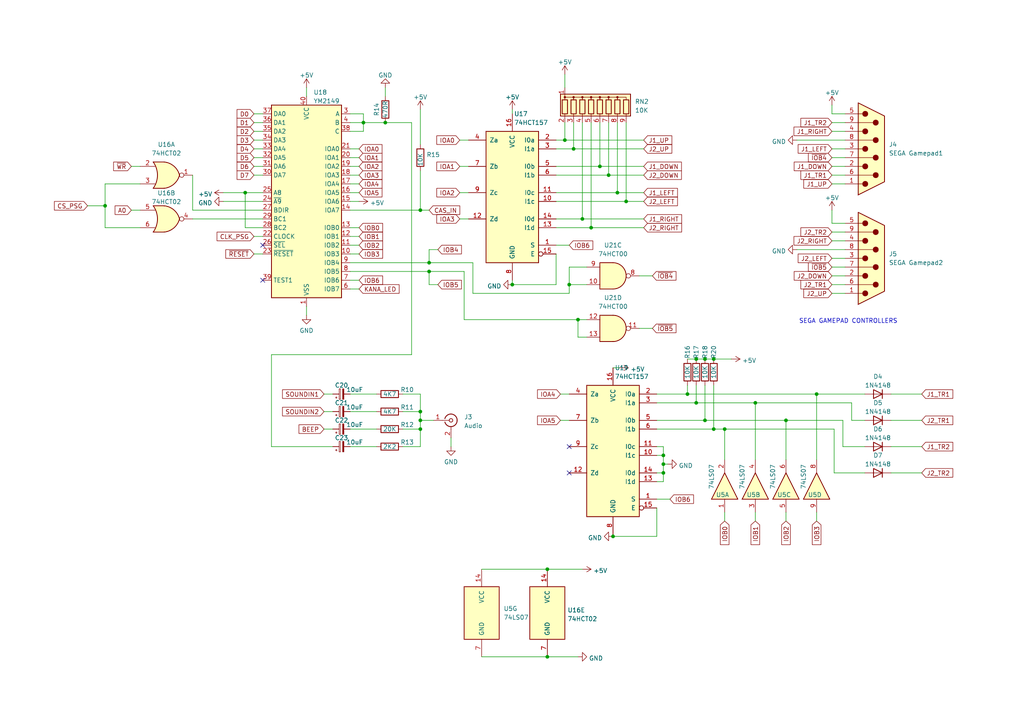
<source format=kicad_sch>
(kicad_sch (version 20211123) (generator eeschema)
  (paper "A4")
  (title_block (title "MSX One") (date "2024-12-28") (rev "v1.0") (company "Gabbard") (comment 1 "MSX One"))
  (lib_symbols
    (symbol "74xx:74LS00" (pin_names (offset 1.016))
      (property "Reference" "U" (at 0 1.27 0))
      (property "Value" "74LS00" (at 0 -1.27 0))
      (symbol "74LS00_1_1"
        (pin input line (at -7.62 2.54 0) (length 3.81) (name "~") (number "1"))
        (pin input line (at -7.62 -2.54 0) (length 3.81) (name "~") (number "2"))
        (pin output inverted (at 7.62 0 180) (length 3.81) (name "~") (number "3"))
      )
      (symbol "74LS00_1_2"
        (pin input inverted (at -7.62 2.54 0) (length 4.318) (name "~") (number "1"))
        (pin input inverted (at -7.62 -2.54 0) (length 4.318) (name "~") (number "2"))
        (pin output line (at 7.62 0 180) (length 3.81) (name "~") (number "3"))
      )
      (symbol "74LS00_2_1"
        (pin input line (at -7.62 2.54 0) (length 3.81) (name "~") (number "4"))
        (pin input line (at -7.62 -2.54 0) (length 3.81) (name "~") (number "5"))
        (pin output inverted (at 7.62 0 180) (length 3.81) (name "~") (number "6"))
      )
      (symbol "74LS00_2_2"
        (pin input inverted (at -7.62 2.54 0) (length 4.318) (name "~") (number "4"))
        (pin input inverted (at -7.62 -2.54 0) (length 4.318) (name "~") (number "5"))
        (pin output line (at 7.62 0 180) (length 3.81) (name "~") (number "6"))
      )
      (symbol "74LS00_3_1"
        (pin input line (at -7.62 -2.54 0) (length 3.81) (name "~") (number "10"))
        (pin output inverted (at 7.62 0 180) (length 3.81) (name "~") (number "8"))
        (pin input line (at -7.62 2.54 0) (length 3.81) (name "~") (number "9"))
      )
      (symbol "74LS00_3_2"
        (pin input inverted (at -7.62 -2.54 0) (length 4.318) (name "~") (number "10"))
        (pin output line (at 7.62 0 180) (length 3.81) (name "~") (number "8"))
        (pin input inverted (at -7.62 2.54 0) (length 4.318) (name "~") (number "9"))
      )
      (symbol "74LS00_4_1"
        (pin output inverted (at 7.62 0 180) (length 3.81) (name "~") (number "11"))
        (pin input line (at -7.62 2.54 0) (length 3.81) (name "~") (number "12"))
        (pin input line (at -7.62 -2.54 0) (length 3.81) (name "~") (number "13"))
      )
      (symbol "74LS00_4_2"
        (pin output line (at 7.62 0 180) (length 3.81) (name "~") (number "11"))
        (pin input inverted (at -7.62 2.54 0) (length 4.318) (name "~") (number "12"))
        (pin input inverted (at -7.62 -2.54 0) (length 4.318) (name "~") (number "13"))
      )
      (symbol "74LS00_5_0"
        (pin power_in line (at 0 12.7 270) (length 5.08) (name "VCC") (number "14"))
        (pin power_in line (at 0 -12.7 90) (length 5.08) (name "GND") (number "7"))
      )
    )
    (symbol "74xx:74LS02" (pin_names (offset 1.016))
      (property "Reference" "U" (at 0 1.27 0))
      (property "Value" "74LS02" (at 0 -1.27 0))
      (symbol "74LS02_1_1"
        (pin output inverted (at 7.62 0 180) (length 3.81) (name "~") (number "1"))
        (pin input line (at -7.62 2.54 0) (length 4.318) (name "~") (number "2"))
        (pin input line (at -7.62 -2.54 0) (length 4.318) (name "~") (number "3"))
      )
      (symbol "74LS02_1_2"
        (pin output line (at 7.62 0 180) (length 3.81) (name "~") (number "1"))
        (pin input inverted (at -7.62 2.54 0) (length 3.81) (name "~") (number "2"))
        (pin input inverted (at -7.62 -2.54 0) (length 3.81) (name "~") (number "3"))
      )
      (symbol "74LS02_2_1"
        (pin output inverted (at 7.62 0 180) (length 3.81) (name "~") (number "4"))
        (pin input line (at -7.62 2.54 0) (length 4.318) (name "~") (number "5"))
        (pin input line (at -7.62 -2.54 0) (length 4.318) (name "~") (number "6"))
      )
      (symbol "74LS02_2_2"
        (pin output line (at 7.62 0 180) (length 3.81) (name "~") (number "4"))
        (pin input inverted (at -7.62 2.54 0) (length 3.81) (name "~") (number "5"))
        (pin input inverted (at -7.62 -2.54 0) (length 3.81) (name "~") (number "6"))
      )
      (symbol "74LS02_3_1"
        (pin output inverted (at 7.62 0 180) (length 3.81) (name "~") (number "10"))
        (pin input line (at -7.62 2.54 0) (length 4.318) (name "~") (number "8"))
        (pin input line (at -7.62 -2.54 0) (length 4.318) (name "~") (number "9"))
      )
      (symbol "74LS02_3_2"
        (pin output line (at 7.62 0 180) (length 3.81) (name "~") (number "10"))
        (pin input inverted (at -7.62 2.54 0) (length 3.81) (name "~") (number "8"))
        (pin input inverted (at -7.62 -2.54 0) (length 3.81) (name "~") (number "9"))
      )
      (symbol "74LS02_4_1"
        (pin input line (at -7.62 2.54 0) (length 4.318) (name "~") (number "11"))
        (pin input line (at -7.62 -2.54 0) (length 4.318) (name "~") (number "12"))
        (pin output inverted (at 7.62 0 180) (length 3.81) (name "~") (number "13"))
      )
      (symbol "74LS02_4_2"
        (pin input inverted (at -7.62 2.54 0) (length 3.81) (name "~") (number "11"))
        (pin input inverted (at -7.62 -2.54 0) (length 3.81) (name "~") (number "12"))
        (pin output line (at 7.62 0 180) (length 3.81) (name "~") (number "13"))
      )
      (symbol "74LS02_5_0"
        (pin power_in line (at 0 12.7 270) (length 5.08) (name "VCC") (number "14"))
        (pin power_in line (at 0 -12.7 90) (length 5.08) (name "GND") (number "7"))
      )
    )
    (symbol "74xx:74LS07" (pin_names (offset 1.016))
      (property "Reference" "U" (at 0 1.27 0))
      (property "Value" "74LS07" (at 0 -1.27 0))
      (symbol "74LS07_1_0"
        (pin input line (at -7.62 0 0) (length 3.81) (name "~") (number "1"))
        (pin open_collector line (at 7.62 0 180) (length 3.81) (name "~") (number "2"))
      )
      (symbol "74LS07_2_0"
        (pin input line (at -7.62 0 0) (length 3.81) (name "~") (number "3"))
        (pin open_collector line (at 7.62 0 180) (length 3.81) (name "~") (number "4"))
      )
      (symbol "74LS07_3_0"
        (pin input line (at -7.62 0 0) (length 3.81) (name "~") (number "5"))
        (pin open_collector line (at 7.62 0 180) (length 3.81) (name "~") (number "6"))
      )
      (symbol "74LS07_4_0"
        (pin open_collector line (at 7.62 0 180) (length 3.81) (name "~") (number "8"))
        (pin input line (at -7.62 0 0) (length 3.81) (name "~") (number "9"))
      )
      (symbol "74LS07_5_0"
        (pin open_collector line (at 7.62 0 180) (length 3.81) (name "~") (number "10"))
        (pin input line (at -7.62 0 0) (length 3.81) (name "~") (number "11"))
      )
      (symbol "74LS07_6_0"
        (pin open_collector line (at 7.62 0 180) (length 3.81) (name "~") (number "12"))
        (pin input line (at -7.62 0 0) (length 3.81) (name "~") (number "13"))
      )
      (symbol "74LS07_7_0"
        (pin power_in line (at 0 12.7 270) (length 5.08) (name "VCC") (number "14"))
        (pin power_in line (at 0 -12.7 90) (length 5.08) (name "GND") (number "7"))
      )
    )
    (symbol "74xx:74LS157" (pin_names (offset 1.016))
      (property "Reference" "U" (at -7.62 19.05 0))
      (property "Value" "74LS157" (at -7.62 -21.59 0))
      (symbol "74LS157_1_0"
        (pin input line (at -12.7 -15.24 0) (length 5.08) (name "S") (number "1"))
        (pin input line (at -12.7 -2.54 0) (length 5.08) (name "I1c") (number "10"))
        (pin input line (at -12.7 0 0) (length 5.08) (name "I0c") (number "11"))
        (pin output line (at 12.7 -7.62 180) (length 5.08) (name "Zd") (number "12"))
        (pin input line (at -12.7 -10.16 0) (length 5.08) (name "I1d") (number "13"))
        (pin input line (at -12.7 -7.62 0) (length 5.08) (name "I0d") (number "14"))
        (pin input inverted (at -12.7 -17.78 0) (length 5.08) (name "E") (number "15"))
        (pin power_in line (at 0 22.86 270) (length 5.08) (name "VCC") (number "16"))
        (pin input line (at -12.7 15.24 0) (length 5.08) (name "I0a") (number "2"))
        (pin input line (at -12.7 12.7 0) (length 5.08) (name "I1a") (number "3"))
        (pin output line (at 12.7 15.24 180) (length 5.08) (name "Za") (number "4"))
        (pin input line (at -12.7 7.62 0) (length 5.08) (name "I0b") (number "5"))
        (pin input line (at -12.7 5.08 0) (length 5.08) (name "I1b") (number "6"))
        (pin output line (at 12.7 7.62 180) (length 5.08) (name "Zb") (number "7"))
        (pin power_in line (at 0 -25.4 90) (length 5.08) (name "GND") (number "8"))
        (pin output line (at 12.7 0 180) (length 5.08) (name "Zc") (number "9"))
      )
    )
    (symbol "Audio:YM2149"
      (property "Reference" "U" (at -10.16 29.21 0))
      (property "Value" "YM2149" (at 3.81 29.21 0))
      (symbol "YM2149_1_1"
        (pin power_in line (at 0 -30.48 90) (length 2.54) (name "VSS") (number "1"))
        (pin bidirectional line (at 12.7 -15.24 180) (length 2.54) (name "IOB3") (number "10"))
        (pin bidirectional line (at 12.7 -12.7 180) (length 2.54) (name "IOB2") (number "11"))
        (pin bidirectional line (at 12.7 -10.16 180) (length 2.54) (name "IOB1") (number "12"))
        (pin bidirectional line (at 12.7 -7.62 180) (length 2.54) (name "IOB0") (number "13"))
        (pin bidirectional line (at 12.7 -2.54 180) (length 2.54) (name "IOA7") (number "14"))
        (pin bidirectional line (at 12.7 0 180) (length 2.54) (name "IOA6") (number "15"))
        (pin bidirectional line (at 12.7 2.54 180) (length 2.54) (name "IOA5") (number "16"))
        (pin bidirectional line (at 12.7 5.08 180) (length 2.54) (name "IOA4") (number "17"))
        (pin bidirectional line (at 12.7 7.62 180) (length 2.54) (name "IOA3") (number "18"))
        (pin bidirectional line (at 12.7 10.16 180) (length 2.54) (name "IOA2") (number "19"))
        (pin no_connect line (at -10.16 -17.78 0) (length 2.54) hide (name "NC") (number "2"))
        (pin bidirectional line (at 12.7 12.7 180) (length 2.54) (name "IOA1") (number "20"))
        (pin bidirectional line (at 12.7 15.24 180) (length 2.54) (name "IOA0") (number "21"))
        (pin input line (at -12.7 -10.16 0) (length 2.54) (name "CLOCK") (number "22"))
        (pin input line (at -12.7 -15.24 0) (length 2.54) (name "~{RESET}") (number "23"))
        (pin input line (at -12.7 0 0) (length 2.54) (name "~{A9}") (number "24"))
        (pin input line (at -12.7 2.54 0) (length 2.54) (name "A8") (number "25"))
        (pin input line (at -12.7 -12.7 0) (length 2.54) (name "~{SEL}") (number "26"))
        (pin input line (at -12.7 -2.54 0) (length 2.54) (name "BDIR") (number "27"))
        (pin input line (at -12.7 -7.62 0) (length 2.54) (name "BC2") (number "28"))
        (pin input line (at -12.7 -5.08 0) (length 2.54) (name "BC1") (number "29"))
        (pin output line (at 12.7 25.4 180) (length 2.54) (name "A") (number "3"))
        (pin bidirectional line (at -12.7 7.62 0) (length 2.54) (name "DA7") (number "30"))
        (pin bidirectional line (at -12.7 10.16 0) (length 2.54) (name "DA6") (number "31"))
        (pin bidirectional line (at -12.7 12.7 0) (length 2.54) (name "DA5") (number "32"))
        (pin bidirectional line (at -12.7 15.24 0) (length 2.54) (name "DA4") (number "33"))
        (pin bidirectional line (at -12.7 17.78 0) (length 2.54) (name "DA3") (number "34"))
        (pin bidirectional line (at -12.7 20.32 0) (length 2.54) (name "DA2") (number "35"))
        (pin bidirectional line (at -12.7 22.86 0) (length 2.54) (name "DA1") (number "36"))
        (pin bidirectional line (at -12.7 25.4 0) (length 2.54) (name "DA0") (number "37"))
        (pin output line (at 12.7 20.32 180) (length 2.54) (name "C") (number "38"))
        (pin passive line (at -12.7 -22.86 0) (length 2.54) (name "TEST1") (number "39"))
        (pin output line (at 12.7 22.86 180) (length 2.54) (name "B") (number "4"))
        (pin power_in line (at 0 30.48 270) (length 2.54) (name "VCC") (number "40"))
        (pin no_connect line (at -10.16 -20.32 0) (length 2.54) hide (name "NC") (number "5"))
        (pin bidirectional line (at 12.7 -25.4 180) (length 2.54) (name "IOB7") (number "6"))
        (pin bidirectional line (at 12.7 -22.86 180) (length 2.54) (name "IOB6") (number "7"))
        (pin bidirectional line (at 12.7 -20.32 180) (length 2.54) (name "IOB5") (number "8"))
        (pin bidirectional line (at 12.7 -17.78 180) (length 2.54) (name "IOB4") (number "9"))
      )
    )
    (symbol "Connector:Conn_Coaxial" (pin_names (offset 1.016) hide)
      (property "Reference" "J" (at 0.254 3.048 0))
      (property "Value" "Conn_Coaxial" (at 2.921 0 90))
      (symbol "Conn_Coaxial_1_1"
        (pin passive line (at -5.08 0 0) (length 2.54) (name "In") (number "1"))
        (pin passive line (at 0 -5.08 90) (length 2.54) (name "Ext") (number "2"))
      )
    )
    (symbol "Connector:DB9_Male" (pin_names (offset 1.016) hide)
      (property "Reference" "J" (at 0 13.97 0))
      (property "Value" "DB9_Male" (at 0 -14.605 0))
      (symbol "DB9_Male_1_1"
        (pin passive line (at -7.62 -10.16 0) (length 3.81) (name "1") (number "1"))
        (pin passive line (at -7.62 -5.08 0) (length 3.81) (name "2") (number "2"))
        (pin passive line (at -7.62 0 0) (length 3.81) (name "3") (number "3"))
        (pin passive line (at -7.62 5.08 0) (length 3.81) (name "4") (number "4"))
        (pin passive line (at -7.62 10.16 0) (length 3.81) (name "5") (number "5"))
        (pin passive line (at -7.62 -7.62 0) (length 3.81) (name "6") (number "6"))
        (pin passive line (at -7.62 -2.54 0) (length 3.81) (name "7") (number "7"))
        (pin passive line (at -7.62 2.54 0) (length 3.81) (name "8") (number "8"))
        (pin passive line (at -7.62 7.62 0) (length 3.81) (name "9") (number "9"))
      )
    )
    (symbol "Device:C_Polarized_Small" (pin_numbers hide) (pin_names (offset 0.254) hide)
      (property "Reference" "C" (at 0.254 1.778 0))
      (property "Value" "C_Polarized_Small" (at 0.254 -2.032 0))
      (symbol "C_Polarized_Small_1_1"
        (pin passive line (at 0 2.54 270) (length 1.8542) (name "~") (number "1"))
        (pin passive line (at 0 -2.54 90) (length 1.8542) (name "~") (number "2"))
      )
    )
    (symbol "Device:R" (pin_numbers hide) (pin_names (offset 0))
      (property "Reference" "R" (at 2.032 0 90))
      (property "Value" "R" (at 0 0 90))
      (symbol "R_1_1"
        (pin passive line (at 0 3.81 270) (length 1.27) (name "~") (number "1"))
        (pin passive line (at 0 -3.81 90) (length 1.27) (name "~") (number "2"))
      )
    )
    (symbol "Device:R_Network08" (pin_names (offset 0) hide)
      (property "Reference" "RN" (at -12.7 0 90))
      (property "Value" "R_Network08" (at 10.16 0 90))
      (symbol "R_Network08_1_1"
        (pin passive line (at -10.16 5.08 270) (length 2.54) (name "common") (number "1"))
        (pin passive line (at -10.16 -5.08 90) (length 1.27) (name "R1") (number "2"))
        (pin passive line (at -7.62 -5.08 90) (length 1.27) (name "R2") (number "3"))
        (pin passive line (at -5.08 -5.08 90) (length 1.27) (name "R3") (number "4"))
        (pin passive line (at -2.54 -5.08 90) (length 1.27) (name "R4") (number "5"))
        (pin passive line (at 0 -5.08 90) (length 1.27) (name "R5") (number "6"))
        (pin passive line (at 2.54 -5.08 90) (length 1.27) (name "R6") (number "7"))
        (pin passive line (at 5.08 -5.08 90) (length 1.27) (name "R7") (number "8"))
        (pin passive line (at 7.62 -5.08 90) (length 1.27) (name "R8") (number "9"))
      )
    )
    (symbol "Diode:1N4148" (pin_numbers hide) (pin_names (offset 1.016) hide)
      (property "Reference" "D" (at 0 2.54 0))
      (property "Value" "1N4148" (at 0 -2.54 0))
      (symbol "1N4148_1_1"
        (pin passive line (at -3.81 0 0) (length 2.54) (name "K") (number "1"))
        (pin passive line (at 3.81 0 180) (length 2.54) (name "A") (number "2"))
      )
    )
    (symbol "power:+5V" (power) (pin_names (offset 0))
      (property "Value" "+5V" (at 0 3.556 0))
      (symbol "+5V_1_1"
        (pin power_in line (at 0 0 90) (length 0) hide (name "+5V") (number "1"))
      )
    )
    (symbol "power:GND" (power) (pin_names (offset 0))
      (property "Value" "GND" (at 0 -3.81 0))
      (symbol "GND_1_1"
        (pin power_in line (at 0 0 270) (length 0) hide (name "GND") (number "1"))
      )
    )
  )
  (junction (at 168.91 63.5))
  (junction (at 30.48 59.69))
  (junction (at 192.405 137.16))
  (junction (at 199.39 114.3))
  (junction (at 124.46 78.74))
  (junction (at 163.83 40.64))
  (junction (at 158.75 165.1))
  (junction (at 121.92 124.46))
  (junction (at 201.93 116.84))
  (junction (at 181.61 58.42))
  (junction (at 71.12 55.88))
  (junction (at 210.185 124.46))
  (junction (at 158.75 190.5))
  (junction (at 176.53 50.8))
  (junction (at 171.45 66.04))
  (junction (at 227.965 121.92))
  (junction (at 207.01 104.14))
  (junction (at 167.64 92.71))
  (junction (at 148.59 82.55))
  (junction (at 204.47 121.92))
  (junction (at 201.93 104.14))
  (junction (at 166.37 43.18))
  (junction (at 121.92 121.92))
  (junction (at 177.8 155.575))
  (junction (at 121.92 119.38))
  (junction (at 236.855 114.3))
  (junction (at 179.07 55.88))
  (junction (at 219.075 116.84))
  (junction (at 192.405 132.08))
  (junction (at 173.99 48.26))
  (junction (at 121.92 60.96))
  (junction (at 165.1 82.55))
  (junction (at 105.41 35.56))
  (junction (at 192.405 134.62))
  (junction (at 204.47 104.14))
  (junction (at 124.46 76.2))
  (junction (at 111.76 35.56))
  (junction (at 207.01 124.46))
  (no_connect (at 76.2 81.28))
  (no_connect (at 76.2 71.12))
  (no_connect (at 165.1 129.54))
  (no_connect (at 165.1 137.16))
  (wire (pts (xy 148.59 82.55) (xy 161.29 82.55)))
  (wire (pts (xy 101.6 129.54) (xy 109.22 129.54)))
  (wire (pts (xy 163.83 21.59) (xy 163.83 25.4)))
  (wire (pts (xy 204.47 111.76) (xy 204.47 121.92)))
  (wire (pts (xy 179.07 35.56) (xy 179.07 55.88)))
  (wire (pts (xy 173.99 48.26) (xy 186.69 48.26)))
  (wire (pts (xy 121.92 124.46) (xy 116.84 124.46)))
  (wire (pts (xy 93.98 119.38) (xy 96.52 119.38)))
  (wire (pts (xy 227.965 121.92) (xy 244.475 121.92)))
  (wire (pts (xy 101.6 71.12) (xy 104.14 71.12)))
  (wire (pts (xy 38.1 60.96) (xy 40.64 60.96)))
  (wire (pts (xy 139.7 190.5) (xy 158.75 190.5)))
  (wire (pts (xy 170.18 97.79) (xy 167.64 97.79)))
  (wire (pts (xy 173.99 35.56) (xy 173.99 48.26)))
  (wire (pts (xy 241.3 82.55) (xy 245.11 82.55)))
  (wire (pts (xy 111.76 35.56) (xy 119.38 35.56)))
  (wire (pts (xy 190.5 132.08) (xy 192.405 132.08)))
  (wire (pts (xy 101.6 33.02) (xy 105.41 33.02)))
  (wire (pts (xy 210.185 124.46) (xy 210.185 133.35)))
  (wire (pts (xy 137.16 76.2) (xy 137.16 85.09)))
  (wire (pts (xy 176.53 50.8) (xy 186.69 50.8)))
  (wire (pts (xy 101.6 53.34) (xy 104.14 53.34)))
  (wire (pts (xy 76.2 60.96) (xy 55.88 60.96)))
  (wire (pts (xy 210.185 148.59) (xy 210.185 151.13)))
  (wire (pts (xy 101.6 124.46) (xy 109.22 124.46)))
  (wire (pts (xy 185.42 80.01) (xy 189.23 80.01)))
  (wire (pts (xy 101.6 38.1) (xy 105.41 38.1)))
  (wire (pts (xy 210.185 124.46) (xy 241.935 124.46)))
  (wire (pts (xy 244.475 129.54) (xy 244.475 121.92)))
  (wire (pts (xy 181.61 35.56) (xy 181.61 58.42)))
  (wire (pts (xy 245.11 33.02) (xy 241.3 33.02)))
  (wire (pts (xy 192.405 132.08) (xy 192.405 134.62)))
  (wire (pts (xy 201.93 116.84) (xy 219.075 116.84)))
  (wire (pts (xy 130.81 127) (xy 130.81 129.54)))
  (wire (pts (xy 73.66 33.02) (xy 76.2 33.02)))
  (wire (pts (xy 105.41 35.56) (xy 111.76 35.56)))
  (wire (pts (xy 105.41 33.02) (xy 105.41 35.56)))
  (wire (pts (xy 199.39 111.76) (xy 199.39 114.3)))
  (wire (pts (xy 179.07 55.88) (xy 186.69 55.88)))
  (wire (pts (xy 241.3 50.8) (xy 245.11 50.8)))
  (wire (pts (xy 73.66 38.1) (xy 76.2 38.1)))
  (wire (pts (xy 101.6 119.38) (xy 109.22 119.38)))
  (wire (pts (xy 127 82.55) (xy 124.46 82.55)))
  (wire (pts (xy 161.29 71.12) (xy 165.1 71.12)))
  (wire (pts (xy 73.66 45.72) (xy 76.2 45.72)))
  (wire (pts (xy 241.3 35.56) (xy 245.11 35.56)))
  (wire (pts (xy 165.1 82.55) (xy 170.18 82.55)))
  (wire (pts (xy 119.38 102.87) (xy 78.74 102.87)))
  (wire (pts (xy 161.29 73.66) (xy 161.29 82.55)))
  (wire (pts (xy 192.405 129.54) (xy 192.405 132.08)))
  (wire (pts (xy 258.445 121.92) (xy 267.335 121.92)))
  (wire (pts (xy 101.6 48.26) (xy 104.14 48.26)))
  (wire (pts (xy 101.6 58.42) (xy 104.14 58.42)))
  (wire (pts (xy 133.35 48.26) (xy 135.89 48.26)))
  (wire (pts (xy 177.8 155.575) (xy 177.8 154.94)))
  (wire (pts (xy 236.855 148.59) (xy 236.855 151.13)))
  (wire (pts (xy 241.3 69.85) (xy 245.11 69.85)))
  (wire (pts (xy 161.29 55.88) (xy 179.07 55.88)))
  (wire (pts (xy 241.3 53.34) (xy 245.11 53.34)))
  (wire (pts (xy 219.075 148.59) (xy 219.075 151.13)))
  (wire (pts (xy 207.01 111.76) (xy 207.01 124.46)))
  (wire (pts (xy 161.29 58.42) (xy 181.61 58.42)))
  (wire (pts (xy 231.14 40.64) (xy 245.11 40.64)))
  (wire (pts (xy 73.66 40.64) (xy 76.2 40.64)))
  (wire (pts (xy 161.29 43.18) (xy 166.37 43.18)))
  (wire (pts (xy 73.66 43.18) (xy 76.2 43.18)))
  (wire (pts (xy 133.35 63.5) (xy 135.89 63.5)))
  (wire (pts (xy 204.47 121.92) (xy 227.965 121.92)))
  (wire (pts (xy 241.3 80.01) (xy 245.11 80.01)))
  (wire (pts (xy 30.48 53.34) (xy 30.48 59.69)))
  (wire (pts (xy 241.3 67.31) (xy 245.11 67.31)))
  (wire (pts (xy 190.5 114.3) (xy 199.39 114.3)))
  (wire (pts (xy 192.405 137.16) (xy 192.405 139.7)))
  (wire (pts (xy 190.5 139.7) (xy 192.405 139.7)))
  (wire (pts (xy 121.92 119.38) (xy 121.92 121.92)))
  (wire (pts (xy 101.6 76.2) (xy 124.46 76.2)))
  (wire (pts (xy 207.01 124.46) (xy 210.185 124.46)))
  (wire (pts (xy 241.935 137.16) (xy 241.935 124.46)))
  (wire (pts (xy 199.39 104.14) (xy 201.93 104.14)))
  (wire (pts (xy 258.445 114.3) (xy 267.335 114.3)))
  (wire (pts (xy 121.92 114.3) (xy 121.92 119.38)))
  (wire (pts (xy 250.825 129.54) (xy 244.475 129.54)))
  (wire (pts (xy 241.3 74.93) (xy 245.11 74.93)))
  (wire (pts (xy 73.66 50.8) (xy 76.2 50.8)))
  (wire (pts (xy 101.6 35.56) (xy 105.41 35.56)))
  (wire (pts (xy 64.77 58.42) (xy 76.2 58.42)))
  (wire (pts (xy 76.2 66.04) (xy 71.12 66.04)))
  (wire (pts (xy 121.92 31.75) (xy 121.92 41.91)))
  (wire (pts (xy 121.92 124.46) (xy 121.92 129.54)))
  (wire (pts (xy 96.52 129.54) (xy 78.74 129.54)))
  (wire (pts (xy 258.445 129.54) (xy 267.335 129.54)))
  (wire (pts (xy 30.48 59.69) (xy 30.48 66.04)))
  (wire (pts (xy 101.6 66.04) (xy 104.14 66.04)))
  (wire (pts (xy 166.37 43.18) (xy 186.69 43.18)))
  (wire (pts (xy 245.11 64.77) (xy 241.3 64.77)))
  (wire (pts (xy 121.92 121.92) (xy 125.73 121.92)))
  (wire (pts (xy 241.3 38.1) (xy 245.11 38.1)))
  (wire (pts (xy 219.075 116.84) (xy 247.015 116.84)))
  (wire (pts (xy 101.6 55.88) (xy 104.14 55.88)))
  (wire (pts (xy 241.3 45.72) (xy 245.11 45.72)))
  (wire (pts (xy 241.3 43.18) (xy 245.11 43.18)))
  (wire (pts (xy 177.8 155.575) (xy 190.5 155.575)))
  (wire (pts (xy 163.83 40.64) (xy 186.69 40.64)))
  (wire (pts (xy 190.5 121.92) (xy 204.47 121.92)))
  (wire (pts (xy 121.92 60.96) (xy 124.46 60.96)))
  (wire (pts (xy 133.35 40.64) (xy 135.89 40.64)))
  (wire (pts (xy 241.3 48.26) (xy 245.11 48.26)))
  (wire (pts (xy 219.075 116.84) (xy 219.075 133.35)))
  (wire (pts (xy 241.3 64.77) (xy 241.3 60.96)))
  (wire (pts (xy 241.3 85.09) (xy 245.11 85.09)))
  (wire (pts (xy 165.1 85.09) (xy 165.1 82.55)))
  (wire (pts (xy 250.825 137.16) (xy 241.935 137.16)))
  (wire (pts (xy 116.84 119.38) (xy 121.92 119.38)))
  (wire (pts (xy 38.1 48.26) (xy 40.64 48.26)))
  (wire (pts (xy 101.6 45.72) (xy 104.14 45.72)))
  (wire (pts (xy 227.965 121.92) (xy 227.965 133.35)))
  (wire (pts (xy 64.77 55.88) (xy 71.12 55.88)))
  (wire (pts (xy 101.6 114.3) (xy 109.22 114.3)))
  (wire (pts (xy 88.9 88.9) (xy 88.9 91.44)))
  (wire (pts (xy 25.4 59.69) (xy 30.48 59.69)))
  (wire (pts (xy 88.9 25.4) (xy 88.9 27.94)))
  (wire (pts (xy 161.29 48.26) (xy 173.99 48.26)))
  (wire (pts (xy 192.405 134.62) (xy 193.675 134.62)))
  (wire (pts (xy 93.98 124.46) (xy 96.52 124.46)))
  (wire (pts (xy 181.61 58.42) (xy 186.69 58.42)))
  (wire (pts (xy 236.855 114.3) (xy 236.855 133.35)))
  (wire (pts (xy 101.6 68.58) (xy 104.14 68.58)))
  (wire (pts (xy 185.42 95.25) (xy 189.23 95.25)))
  (wire (pts (xy 241.3 77.47) (xy 245.11 77.47)))
  (wire (pts (xy 55.88 50.8) (xy 55.88 60.96)))
  (wire (pts (xy 101.6 81.28) (xy 104.14 81.28)))
  (wire (pts (xy 247.015 121.92) (xy 247.015 116.84)))
  (wire (pts (xy 134.62 92.71) (xy 134.62 78.74)))
  (wire (pts (xy 190.5 129.54) (xy 192.405 129.54)))
  (wire (pts (xy 167.64 92.71) (xy 170.18 92.71)))
  (wire (pts (xy 192.405 134.62) (xy 192.405 137.16)))
  (wire (pts (xy 71.12 55.88) (xy 76.2 55.88)))
  (wire (pts (xy 101.6 50.8) (xy 104.14 50.8)))
  (wire (pts (xy 30.48 66.04) (xy 40.64 66.04)))
  (wire (pts (xy 105.41 38.1) (xy 105.41 35.56)))
  (wire (pts (xy 168.91 35.56) (xy 168.91 63.5)))
  (wire (pts (xy 73.66 35.56) (xy 76.2 35.56)))
  (wire (pts (xy 201.93 104.14) (xy 204.47 104.14)))
  (wire (pts (xy 40.64 53.34) (xy 30.48 53.34)))
  (wire (pts (xy 121.92 129.54) (xy 116.84 129.54)))
  (wire (pts (xy 231.14 72.39) (xy 245.11 72.39)))
  (wire (pts (xy 158.75 190.5) (xy 167.64 190.5)))
  (wire (pts (xy 101.6 73.66) (xy 104.14 73.66)))
  (wire (pts (xy 127 72.39) (xy 124.46 72.39)))
  (wire (pts (xy 165.1 77.47) (xy 170.18 77.47)))
  (wire (pts (xy 166.37 35.56) (xy 166.37 43.18)))
  (wire (pts (xy 124.46 82.55) (xy 124.46 78.74)))
  (wire (pts (xy 124.46 76.2) (xy 137.16 76.2)))
  (wire (pts (xy 134.62 92.71) (xy 167.64 92.71)))
  (wire (pts (xy 163.83 35.56) (xy 163.83 40.64)))
  (wire (pts (xy 258.445 137.16) (xy 267.335 137.16)))
  (wire (pts (xy 176.53 35.56) (xy 176.53 50.8)))
  (wire (pts (xy 177.8 106.68) (xy 179.705 106.68)))
  (wire (pts (xy 137.16 85.09) (xy 165.1 85.09)))
  (wire (pts (xy 101.6 78.74) (xy 124.46 78.74)))
  (wire (pts (xy 148.59 31.75) (xy 148.59 33.02)))
  (wire (pts (xy 161.29 50.8) (xy 176.53 50.8)))
  (wire (pts (xy 71.12 66.04) (xy 71.12 55.88)))
  (wire (pts (xy 73.66 73.66) (xy 76.2 73.66)))
  (wire (pts (xy 55.88 63.5) (xy 76.2 63.5)))
  (wire (pts (xy 190.5 124.46) (xy 207.01 124.46)))
  (wire (pts (xy 116.84 114.3) (xy 121.92 114.3)))
  (wire (pts (xy 101.6 60.96) (xy 121.92 60.96)))
  (wire (pts (xy 124.46 78.74) (xy 134.62 78.74)))
  (wire (pts (xy 250.825 121.92) (xy 247.015 121.92)))
  (wire (pts (xy 167.64 97.79) (xy 167.64 92.71)))
  (wire (pts (xy 207.01 104.14) (xy 212.09 104.14)))
  (wire (pts (xy 73.66 48.26) (xy 76.2 48.26)))
  (wire (pts (xy 204.47 104.14) (xy 207.01 104.14)))
  (wire (pts (xy 101.6 43.18) (xy 104.14 43.18)))
  (wire (pts (xy 241.3 33.02) (xy 241.3 30.48)))
  (wire (pts (xy 124.46 72.39) (xy 124.46 76.2)))
  (wire (pts (xy 190.5 137.16) (xy 192.405 137.16)))
  (wire (pts (xy 190.5 144.78) (xy 194.31 144.78)))
  (wire (pts (xy 161.29 40.64) (xy 163.83 40.64)))
  (wire (pts (xy 161.29 66.04) (xy 171.45 66.04)))
  (wire (pts (xy 190.5 147.32) (xy 190.5 155.575)))
  (wire (pts (xy 93.98 114.3) (xy 96.52 114.3)))
  (wire (pts (xy 162.56 121.92) (xy 165.1 121.92)))
  (wire (pts (xy 236.855 114.3) (xy 250.825 114.3)))
  (wire (pts (xy 133.35 55.88) (xy 135.89 55.88)))
  (wire (pts (xy 111.76 25.4) (xy 111.76 27.94)))
  (wire (pts (xy 199.39 114.3) (xy 236.855 114.3)))
  (wire (pts (xy 171.45 66.04) (xy 186.69 66.04)))
  (wire (pts (xy 121.92 49.53) (xy 121.92 60.96)))
  (wire (pts (xy 158.75 165.1) (xy 168.91 165.1)))
  (wire (pts (xy 201.93 111.76) (xy 201.93 116.84)))
  (wire (pts (xy 171.45 35.56) (xy 171.45 66.04)))
  (wire (pts (xy 162.56 114.3) (xy 165.1 114.3)))
  (wire (pts (xy 190.5 116.84) (xy 201.93 116.84)))
  (wire (pts (xy 168.91 63.5) (xy 186.69 63.5)))
  (wire (pts (xy 119.38 35.56) (xy 119.38 102.87)))
  (wire (pts (xy 101.6 83.82) (xy 104.14 83.82)))
  (wire (pts (xy 73.66 68.58) (xy 76.2 68.58)))
  (wire (pts (xy 227.965 148.59) (xy 227.965 151.13)))
  (wire (pts (xy 78.74 129.54) (xy 78.74 102.87)))
  (wire (pts (xy 121.92 121.92) (xy 121.92 124.46)))
  (wire (pts (xy 148.59 81.28) (xy 148.59 82.55)))
  (wire (pts (xy 139.7 165.1) (xy 158.75 165.1)))
  (wire (pts (xy 161.29 63.5) (xy 168.91 63.5)))
  (wire (pts (xy 165.1 82.55) (xy 165.1 77.47)))
  (text "SEGA GAMEPAD CONTROLLERS" (at 260.35 93.98 180) (effects (font (size 1.27 1.27)) (justify right bottom)))
  (global_label "IOA0" (shape input) (at 104.14 43.18 0) (property "Intersheet References" "${INTERSHEET_REFS}" (effects hide)))
  (global_label "J2_UP" (shape input) (at 241.3 85.09 180) (property "Intersheet References" "${INTERSHEET_REFS}" (effects hide)))
  (global_label "D7" (shape input) (at 73.66 50.8 180) (property "Intersheet References" "${INTERSHEET_REFS}" (effects hide)))
  (global_label "J1_UP" (shape input) (at 186.69 40.64 0) (property "Intersheet References" "${INTERSHEET_REFS}" (effects hide)))
  (global_label "IOA2" (shape input) (at 133.35 55.88 180) (property "Intersheet References" "${INTERSHEET_REFS}" (effects hide)))
  (global_label "BEEP" (shape input) (at 93.98 124.46 180) (property "Intersheet References" "${INTERSHEET_REFS}" (effects hide)))
  (global_label "SOUNDIN1" (shape input) (at 93.98 114.3 180) (property "Intersheet References" "${INTERSHEET_REFS}" (effects hide)))
  (global_label "J1_DOWN" (shape input) (at 186.69 48.26 0) (property "Intersheet References" "${INTERSHEET_REFS}" (effects hide)))
  (global_label "IOA4" (shape input) (at 104.14 53.34 0) (property "Intersheet References" "${INTERSHEET_REFS}" (effects hide)))
  (global_label "IOA4" (shape input) (at 162.56 114.3 180) (property "Intersheet References" "${INTERSHEET_REFS}" (effects hide)))
  (global_label "J2_LEFT" (shape input) (at 241.3 74.93 180) (property "Intersheet References" "${INTERSHEET_REFS}" (effects hide)))
  (global_label "IOB6" (shape input) (at 165.1 71.12 0) (property "Intersheet References" "${INTERSHEET_REFS}" (effects hide)))
  (global_label "IOA2" (shape input) (at 104.14 48.26 0) (property "Intersheet References" "${INTERSHEET_REFS}" (effects hide)))
  (global_label "J1_TR1" (shape input) (at 267.335 114.3 0) (property "Intersheet References" "${INTERSHEET_REFS}" (effects hide)))
  (global_label "~{IOB5}" (shape input) (at 189.23 95.25 0) (property "Intersheet References" "${INTERSHEET_REFS}" (effects hide)))
  (global_label "J1_TR1" (shape input) (at 241.3 50.8 180) (property "Intersheet References" "${INTERSHEET_REFS}" (effects hide)))
  (global_label "J2_DOWN" (shape input) (at 241.3 80.01 180) (property "Intersheet References" "${INTERSHEET_REFS}" (effects hide)))
  (global_label "J2_DOWN" (shape input) (at 186.69 50.8 0) (property "Intersheet References" "${INTERSHEET_REFS}" (effects hide)))
  (global_label "~{IOB4}" (shape input) (at 241.3 45.72 180) (property "Intersheet References" "${INTERSHEET_REFS}" (effects hide)))
  (global_label "CS_PSG" (shape input) (at 25.4 59.69 180) (property "Intersheet References" "${INTERSHEET_REFS}" (effects hide)))
  (global_label "~{IOB4}" (shape input) (at 189.23 80.01 0) (property "Intersheet References" "${INTERSHEET_REFS}" (effects hide)))
  (global_label "D3" (shape input) (at 73.66 40.64 180) (property "Intersheet References" "${INTERSHEET_REFS}" (effects hide)))
  (global_label "IOA0" (shape input) (at 133.35 40.64 180) (property "Intersheet References" "${INTERSHEET_REFS}" (effects hide)))
  (global_label "A0" (shape input) (at 38.1 60.96 180) (property "Intersheet References" "${INTERSHEET_REFS}" (effects hide)))
  (global_label "J2_TR2" (shape input) (at 241.3 67.31 180) (property "Intersheet References" "${INTERSHEET_REFS}" (effects hide)))
  (global_label "IOB5" (shape input) (at 127 82.55 0) (property "Intersheet References" "${INTERSHEET_REFS}" (effects hide)))
  (global_label "J1_DOWN" (shape input) (at 241.3 48.26 180) (property "Intersheet References" "${INTERSHEET_REFS}" (effects hide)))
  (global_label "~{RESET}" (shape input) (at 73.66 73.66 180) (property "Intersheet References" "${INTERSHEET_REFS}" (effects hide)))
  (global_label "J2_LEFT" (shape input) (at 186.69 58.42 0) (property "Intersheet References" "${INTERSHEET_REFS}" (effects hide)))
  (global_label "IOB4" (shape input) (at 127 72.39 0) (property "Intersheet References" "${INTERSHEET_REFS}" (effects hide)))
  (global_label "J2_RIGHT" (shape input) (at 186.69 66.04 0) (property "Intersheet References" "${INTERSHEET_REFS}" (effects hide)))
  (global_label "J1_RIGHT" (shape input) (at 241.3 38.1 180) (property "Intersheet References" "${INTERSHEET_REFS}" (effects hide)))
  (global_label "CAS_IN" (shape input) (at 124.46 60.96 0) (property "Intersheet References" "${INTERSHEET_REFS}" (effects hide)))
  (global_label "IOB6" (shape input) (at 104.14 81.28 0) (property "Intersheet References" "${INTERSHEET_REFS}" (effects hide)))
  (global_label "J1_TR2" (shape input) (at 241.3 35.56 180) (property "Intersheet References" "${INTERSHEET_REFS}" (effects hide)))
  (global_label "IOA1" (shape input) (at 133.35 48.26 180) (property "Intersheet References" "${INTERSHEET_REFS}" (effects hide)))
  (global_label "D6" (shape input) (at 73.66 48.26 180) (property "Intersheet References" "${INTERSHEET_REFS}" (effects hide)))
  (global_label "IOB2" (shape input) (at 104.14 71.12 0) (property "Intersheet References" "${INTERSHEET_REFS}" (effects hide)))
  (global_label "IOB0" (shape input) (at 104.14 66.04 0) (property "Intersheet References" "${INTERSHEET_REFS}" (effects hide)))
  (global_label "IOB1" (shape input) (at 104.14 68.58 0) (property "Intersheet References" "${INTERSHEET_REFS}" (effects hide)))
  (global_label "D1" (shape input) (at 73.66 35.56 180) (property "Intersheet References" "${INTERSHEET_REFS}" (effects hide)))
  (global_label "IOB2" (shape input) (at 227.965 151.13 270) (property "Intersheet References" "${INTERSHEET_REFS}" (effects hide)))
  (global_label "J2_RIGHT" (shape input) (at 241.3 69.85 180) (property "Intersheet References" "${INTERSHEET_REFS}" (effects hide)))
  (global_label "J1_TR2" (shape input) (at 267.335 129.54 0) (property "Intersheet References" "${INTERSHEET_REFS}" (effects hide)))
  (global_label "J1_LEFT" (shape input) (at 241.3 43.18 180) (property "Intersheet References" "${INTERSHEET_REFS}" (effects hide)))
  (global_label "CLK_PSG" (shape input) (at 73.66 68.58 180) (property "Intersheet References" "${INTERSHEET_REFS}" (effects hide)))
  (global_label "IOA5" (shape input) (at 104.14 55.88 0) (property "Intersheet References" "${INTERSHEET_REFS}" (effects hide)))
  (global_label "IOA1" (shape input) (at 104.14 45.72 0) (property "Intersheet References" "${INTERSHEET_REFS}" (effects hide)))
  (global_label "D0" (shape input) (at 73.66 33.02 180) (property "Intersheet References" "${INTERSHEET_REFS}" (effects hide)))
  (global_label "J2_TR2" (shape input) (at 267.335 137.16 0) (property "Intersheet References" "${INTERSHEET_REFS}" (effects hide)))
  (global_label "D2" (shape input) (at 73.66 38.1 180) (property "Intersheet References" "${INTERSHEET_REFS}" (effects hide)))
  (global_label "J1_UP" (shape input) (at 241.3 53.34 180) (property "Intersheet References" "${INTERSHEET_REFS}" (effects hide)))
  (global_label "IOA3" (shape input) (at 133.35 63.5 180) (property "Intersheet References" "${INTERSHEET_REFS}" (effects hide)))
  (global_label "D5" (shape input) (at 73.66 45.72 180) (property "Intersheet References" "${INTERSHEET_REFS}" (effects hide)))
  (global_label "D4" (shape input) (at 73.66 43.18 180) (property "Intersheet References" "${INTERSHEET_REFS}" (effects hide)))
  (global_label "~{WR}" (shape input) (at 38.1 48.26 180) (property "Intersheet References" "${INTERSHEET_REFS}" (effects hide)))
  (global_label "SOUNDIN2" (shape input) (at 93.98 119.38 180) (property "Intersheet References" "${INTERSHEET_REFS}" (effects hide)))
  (global_label "IOA5" (shape input) (at 162.56 121.92 180) (property "Intersheet References" "${INTERSHEET_REFS}" (effects hide)))
  (global_label "J2_TR1" (shape input) (at 241.3 82.55 180) (property "Intersheet References" "${INTERSHEET_REFS}" (effects hide)))
  (global_label "J2_UP" (shape input) (at 186.69 43.18 0) (property "Intersheet References" "${INTERSHEET_REFS}" (effects hide)))
  (global_label "IOB1" (shape input) (at 219.075 151.13 270) (property "Intersheet References" "${INTERSHEET_REFS}" (effects hide)))
  (global_label "IOB3" (shape input) (at 236.855 151.13 270) (property "Intersheet References" "${INTERSHEET_REFS}" (effects hide)))
  (global_label "J2_TR1" (shape input) (at 267.335 121.92 0) (property "Intersheet References" "${INTERSHEET_REFS}" (effects hide)))
  (global_label "IOB3" (shape input) (at 104.14 73.66 0) (property "Intersheet References" "${INTERSHEET_REFS}" (effects hide)))
  (global_label "~{IOB5}" (shape input) (at 241.3 77.47 180) (property "Intersheet References" "${INTERSHEET_REFS}" (effects hide)))
  (global_label "IOB6" (shape input) (at 194.31 144.78 0) (property "Intersheet References" "${INTERSHEET_REFS}" (effects hide)))
  (global_label "J1_LEFT" (shape input) (at 186.69 55.88 0) (property "Intersheet References" "${INTERSHEET_REFS}" (effects hide)))
  (global_label "J1_RIGHT" (shape input) (at 186.69 63.5 0) (property "Intersheet References" "${INTERSHEET_REFS}" (effects hide)))
  (global_label "IOB0" (shape input) (at 210.185 151.13 270) (property "Intersheet References" "${INTERSHEET_REFS}" (effects hide)))
  (global_label "IOA3" (shape input) (at 104.14 50.8 0) (property "Intersheet References" "${INTERSHEET_REFS}" (effects hide)))
  (global_label "KANA_LED" (shape input) (at 104.14 83.82 0) (property "Intersheet References" "${INTERSHEET_REFS}" (effects hide)))
  (symbol (lib_id "Audio:YM2149") (at 88.9 58.42 0) (unit 1)
    (property "Reference" "U18" (at 90.9194 26.7802 0) (effects (justify left)))
    (property "Value" "YM2149" (at 90.9194 29.3171 0) (effects (justify left)))
    (property "Footprint" "Package_DIP:DIP-40_W15.24mm_Socket" (effects hide))
    (property "Datasheet" "http://www.ym2149.com/ym2149.pdf" (effects hide))
  )
  (symbol (lib_id "Device:R") (at 204.47 107.95 0) (unit 1)
    (property "Reference" "R18" (at 204.47 102.108 90))
    (property "Value" "10K" (at 204.47 107.95 90))
    (property "Footprint" "Resistor_THT:R_Axial_DIN0204_L3.6mm_D1.6mm_P7.62mm_Horizontal" (effects hide))
  )
  (symbol (lib_id "74xx:74LS07") (at 139.7 177.8 0) (unit 7)
    (property "Reference" "U5" (at 146.05 176.5299 0) (effects (justify left)))
    (property "Value" "74LS07" (at 146.05 179.0699 0) (effects (justify left)))
    (property "Footprint" "Package_DIP:DIP-14_W7.62mm_Socket" (effects hide))
    (property "Datasheet" "www.ti.com/lit/ds/symlink/sn74ls07.pdf" (effects hide))
  )
  (symbol (lib_id "power:GND") (at 193.675 134.62 90) (unit 1)
    (property "Reference" "#PWR0145" (effects hide))
    (property "Value" "GND" (at 196.85 135.0538 90) (effects (justify right)))
  )
  (symbol (lib_id "power:+5V") (at 168.91 165.1 270) (unit 1)
    (property "Reference" "#PWR0184" (effects hide))
    (property "Value" "+5V" (at 172.085 165.5338 90) (effects (justify left)))
  )
  (symbol (lib_id "74xx:74LS02") (at 48.26 50.8 0) (unit 1)
    (property "Reference" "U16" (at 48.26 41.91 0))
    (property "Value" "74HCT02" (at 48.26 44.45 0))
    (property "Footprint" "Package_DIP:DIP-14_W7.62mm_Socket" (effects hide))
    (property "Datasheet" "http://www.ti.com/lit/gpn/sn74ls02" (effects hide))
  )
  (symbol (lib_id "Device:R") (at 201.93 107.95 0) (unit 1)
    (property "Reference" "R17" (at 201.93 102.108 90))
    (property "Value" "10K" (at 201.93 107.95 90))
    (property "Footprint" "Resistor_THT:R_Axial_DIN0204_L3.6mm_D1.6mm_P7.62mm_Horizontal" (effects hide))
  )
  (symbol (lib_id "power:GND") (at 167.64 190.5 90) (unit 1)
    (property "Reference" "#PWR0183" (effects hide))
    (property "Value" "GND" (at 170.815 190.9338 90) (effects (justify right)))
  )
  (symbol (lib_id "power:GND") (at 130.81 129.54 0) (unit 1)
    (property "Reference" "#PWR0220" (effects hide))
    (property "Value" "GND" (at 130.81 133.9834 0))
  )
  (symbol (lib_id "Device:C_Polarized_Small") (at 99.06 124.46 90) (unit 1)
    (property "Reference" "C22" (at 99.06 121.92 90))
    (property "Value" "10uF" (at 102.87 123.19 90))
    (property "Footprint" "Capacitor_THT:CP_Radial_D5.0mm_P2.50mm" (effects hide))
  )
  (symbol (lib_id "power:+5V") (at 88.9 25.4 0) (unit 1)
    (property "Reference" "#PWR0125" (effects hide))
    (property "Value" "+5V" (at 88.9 21.8242 0))
  )
  (symbol (lib_id "Device:R") (at 111.76 31.75 180) (unit 1)
    (property "Reference" "R14" (at 109.22 31.75 90))
    (property "Value" "470R" (at 111.76 31.75 90))
    (property "Footprint" "Resistor_THT:R_Axial_DIN0204_L3.6mm_D1.6mm_P7.62mm_Horizontal" (effects hide))
  )
  (symbol (lib_id "74xx:74LS157") (at 177.8 129.54 0) (mirror y) (unit 1)
    (property "Reference" "U19" (at 178.3206 106.68 0) (effects (justify right)))
    (property "Value" "74HCT157" (at 178.3206 109.22 0) (effects (justify right)))
    (property "Footprint" "Package_DIP:DIP-16_W7.62mm_Socket" (effects hide))
    (property "Datasheet" "http://www.ti.com/lit/gpn/sn74LS157" (effects hide))
  )
  (symbol (lib_id "74xx:74LS02") (at 48.26 63.5 0) (unit 2)
    (property "Reference" "U16" (at 48.26 55.9902 0))
    (property "Value" "74HCT02" (at 48.26 58.5271 0))
    (property "Footprint" "Package_DIP:DIP-14_W7.62mm_Socket" (effects hide))
    (property "Datasheet" "http://www.ti.com/lit/gpn/sn74ls02" (effects hide))
  )
  (symbol (lib_id "Device:R") (at 113.03 119.38 90) (unit 1)
    (property "Reference" "R11" (at 118.11 118.11 90))
    (property "Value" "4K7" (at 113.03 119.38 90))
    (property "Footprint" "Resistor_THT:R_Axial_DIN0204_L3.6mm_D1.6mm_P7.62mm_Horizontal" (effects hide))
  )
  (symbol (lib_id "74xx:74LS00") (at 177.8 80.01 0) (unit 3)
    (property "Reference" "U21" (at 177.8 71.12 0))
    (property "Value" "74HCT00" (at 177.8 73.66 0))
    (property "Footprint" "Package_DIP:DIP-14_W7.62mm_Socket" (effects hide))
    (property "Datasheet" "http://www.ti.com/lit/gpn/sn74ls00" (effects hide))
  )
  (symbol (lib_id "power:GND") (at 88.9 91.44 0) (unit 1)
    (property "Reference" "#PWR0126" (effects hide))
    (property "Value" "GND" (at 88.9 95.8834 0))
  )
  (symbol (lib_id "power:+5V") (at 241.3 30.48 0) (unit 1)
    (property "Reference" "#PWR0143" (effects hide))
    (property "Value" "+5V" (at 241.3 26.9042 0))
  )
  (symbol (lib_id "74xx:74LS07") (at 236.855 140.97 90) (unit 4)
    (property "Reference" "U5" (at 234.315 143.51 90) (effects (justify right)))
    (property "Value" "74LS07" (at 233.045 134.62 0) (effects (justify right)))
    (property "Footprint" "Package_DIP:DIP-14_W7.62mm_Socket" (effects hide))
    (property "Datasheet" "www.ti.com/lit/ds/symlink/sn74ls07.pdf" (effects hide))
  )
  (symbol (lib_id "Device:R") (at 113.03 129.54 90) (unit 1)
    (property "Reference" "R13" (at 118.11 128.27 90))
    (property "Value" "2K2" (at 113.03 129.54 90))
    (property "Footprint" "Resistor_THT:R_Axial_DIN0204_L3.6mm_D1.6mm_P7.62mm_Horizontal" (effects hide))
  )
  (symbol (lib_id "Diode:1N4148") (at 254.635 114.3 180) (unit 1)
    (property "Reference" "D4" (at 254.635 109.22 0))
    (property "Value" "1N4148" (at 254.635 111.76 0))
    (property "Footprint" "Diode_THT:D_DO-35_SOD27_P7.62mm_Horizontal" (effects hide))
    (property "Datasheet" "https://assets.nexperia.com/documents/data-sheet/1N4148_1N4448.pdf" (effects hide))
  )
  (symbol (lib_id "Diode:1N4148") (at 254.635 129.54 180) (unit 1)
    (property "Reference" "D6" (at 254.635 124.46 0))
    (property "Value" "1N4148" (at 254.635 127 0))
    (property "Footprint" "Diode_THT:D_DO-35_SOD27_P7.62mm_Horizontal" (effects hide))
    (property "Datasheet" "https://assets.nexperia.com/documents/data-sheet/1N4148_1N4448.pdf" (effects hide))
  )
  (symbol (lib_id "Connector:Conn_Coaxial") (at 130.81 121.92 0) (unit 1)
    (property "Reference" "J3" (at 134.62 120.9431 0) (effects (justify left)))
    (property "Value" "Audio" (at 134.62 123.4831 0) (effects (justify left)))
    (property "Footprint" "JfF-Library:Conn_RCA_Right" (effects hide))
    (property "Datasheet" " ~" (effects hide))
  )
  (symbol (lib_id "Device:R") (at 113.03 124.46 90) (unit 1)
    (property "Reference" "R12" (at 118.11 123.19 90))
    (property "Value" "20K" (at 113.03 124.46 90))
    (property "Footprint" "Resistor_THT:R_Axial_DIN0204_L3.6mm_D1.6mm_P7.62mm_Horizontal" (effects hide))
  )
  (symbol (lib_id "Device:C_Polarized_Small") (at 99.06 114.3 90) (unit 1)
    (property "Reference" "C20" (at 99.06 111.76 90))
    (property "Value" "10uF" (at 102.87 113.03 90))
    (property "Footprint" "Capacitor_THT:CP_Radial_D5.0mm_P2.50mm" (effects hide))
  )
  (symbol (lib_id "Connector:DB9_Male") (at 252.73 43.18 0) (unit 1)
    (property "Reference" "J4" (at 257.81 41.9099 0) (effects (justify left)))
    (property "Value" "SEGA Gamepad1" (at 257.81 44.4499 0) (effects (justify left)))
    (property "Footprint" "JfF-Library:Conn_Dsub_DE9M" (effects hide))
    (property "Datasheet" " ~" (effects hide))
  )
  (symbol (lib_id "74xx:74LS00") (at 177.8 95.25 0) (unit 4)
    (property "Reference" "U21" (at 177.8 86.36 0))
    (property "Value" "74HCT00" (at 177.8 88.9 0))
    (property "Footprint" "Package_DIP:DIP-14_W7.62mm_Socket" (effects hide))
    (property "Datasheet" "http://www.ti.com/lit/gpn/sn74ls00" (effects hide))
  )
  (symbol (lib_id "power:GND") (at 111.76 25.4 180) (unit 1)
    (property "Reference" "#PWR0187" (effects hide))
    (property "Value" "GND" (at 111.76 21.8242 0))
  )
  (symbol (lib_id "74xx:74LS07") (at 210.185 140.97 90) (unit 1)
    (property "Reference" "U5" (at 207.645 143.51 90) (effects (justify right)))
    (property "Value" "74LS07" (at 206.375 134.62 0) (effects (justify right)))
    (property "Footprint" "Package_DIP:DIP-14_W7.62mm_Socket" (effects hide))
    (property "Datasheet" "www.ti.com/lit/ds/symlink/sn74ls07.pdf" (effects hide))
  )
  (symbol (lib_id "power:+5V") (at 212.09 104.14 270) (unit 1)
    (property "Reference" "#PWR0157" (effects hide))
    (property "Value" "+5V" (at 215.265 104.5738 90) (effects (justify left)))
  )
  (symbol (lib_id "Connector:DB9_Male") (at 252.73 74.93 0) (unit 1)
    (property "Reference" "J5" (at 257.81 73.6599 0) (effects (justify left)))
    (property "Value" "SEGA Gamepad2" (at 257.81 76.1999 0) (effects (justify left)))
    (property "Footprint" "JfF-Library:Conn_Dsub_DE9M" (effects hide))
    (property "Datasheet" " ~" (effects hide))
  )
  (symbol (lib_id "power:GND") (at 64.77 58.42 270) (unit 1)
    (property "Reference" "#PWR0123" (effects hide))
    (property "Value" "GND" (at 61.5951 58.8538 90) (effects (justify right)))
  )
  (symbol (lib_id "power:GND") (at 177.8 155.575 270) (unit 1)
    (property "Reference" "#PWR0150" (effects hide))
    (property "Value" "GND" (at 174.6251 156.0088 90) (effects (justify right)))
  )
  (symbol (lib_id "power:+5V") (at 104.14 58.42 270) (unit 1)
    (property "Reference" "#PWR0147" (effects hide))
    (property "Value" "+5V" (at 107.315 58.8538 90) (effects (justify left)))
  )
  (symbol (lib_id "Diode:1N4148") (at 254.635 137.16 180) (unit 1)
    (property "Reference" "D7" (at 254.635 132.08 0))
    (property "Value" "1N4148" (at 254.635 134.62 0))
    (property "Footprint" "Diode_THT:D_DO-35_SOD27_P7.62mm_Horizontal" (effects hide))
    (property "Datasheet" "https://assets.nexperia.com/documents/data-sheet/1N4148_1N4448.pdf" (effects hide))
  )
  (symbol (lib_id "power:+5V") (at 163.83 21.59 0) (unit 1)
    (property "Reference" "#PWR0142" (effects hide))
    (property "Value" "+5V" (at 163.83 18.0142 0))
  )
  (symbol (lib_id "74xx:74LS07") (at 219.075 140.97 90) (unit 2)
    (property "Reference" "U5" (at 216.535 143.51 90) (effects (justify right)))
    (property "Value" "74LS07" (at 215.265 134.62 0) (effects (justify right)))
    (property "Footprint" "Package_DIP:DIP-14_W7.62mm_Socket" (effects hide))
    (property "Datasheet" "www.ti.com/lit/ds/symlink/sn74ls07.pdf" (effects hide))
  )
  (symbol (lib_id "power:GND") (at 148.59 82.55 270) (unit 1)
    (property "Reference" "#PWR0148" (effects hide))
    (property "Value" "GND" (at 145.4151 82.9838 90) (effects (justify right)))
  )
  (symbol (lib_id "power:GND") (at 231.14 40.64 270) (unit 1)
    (property "Reference" "#PWR0228" (effects hide))
    (property "Value" "GND" (at 227.9651 41.0738 90) (effects (justify right)))
  )
  (symbol (lib_id "74xx:74LS157") (at 148.59 55.88 0) (mirror y) (unit 1)
    (property "Reference" "U17" (at 149.1106 33.02 0) (effects (justify right)))
    (property "Value" "74HCT157" (at 149.1106 35.56 0) (effects (justify right)))
    (property "Footprint" "Package_DIP:DIP-16_W7.62mm_Socket" (effects hide))
    (property "Datasheet" "http://www.ti.com/lit/gpn/sn74LS157" (effects hide))
  )
  (symbol (lib_id "74xx:74LS02") (at 158.75 177.8 0) (unit 5)
    (property "Reference" "U16" (at 164.592 176.9653 0) (effects (justify left)))
    (property "Value" "74HCT02" (at 164.592 179.5022 0) (effects (justify left)))
    (property "Footprint" "Package_DIP:DIP-14_W7.62mm_Socket" (effects hide))
    (property "Datasheet" "http://www.ti.com/lit/gpn/sn74ls02" (effects hide))
  )
  (symbol (lib_id "Device:R") (at 121.92 45.72 0) (unit 1)
    (property "Reference" "R15" (at 123.698 44.8853 0) (effects (justify left)))
    (property "Value" "10K" (at 121.92 48.26 90) (effects (justify left)))
    (property "Footprint" "Resistor_THT:R_Axial_DIN0204_L3.6mm_D1.6mm_P7.62mm_Horizontal" (effects hide))
  )
  (symbol (lib_id "Device:C_Polarized_Small") (at 99.06 119.38 90) (unit 1)
    (property "Reference" "C21" (at 99.06 116.84 90))
    (property "Value" "10uF" (at 102.87 118.11 90))
    (property "Footprint" "Capacitor_THT:CP_Radial_D5.0mm_P2.50mm" (effects hide))
  )
  (symbol (lib_id "Device:R") (at 207.01 107.95 0) (unit 1)
    (property "Reference" "R20" (at 207.01 102.108 90))
    (property "Value" "10K" (at 207.01 107.95 90))
    (property "Footprint" "Resistor_THT:R_Axial_DIN0204_L3.6mm_D1.6mm_P7.62mm_Horizontal" (effects hide))
  )
  (symbol (lib_id "power:+5V") (at 64.77 55.88 90) (unit 1)
    (property "Reference" "#PWR0124" (effects hide))
    (property "Value" "+5V" (at 61.5951 56.3138 90) (effects (justify left)))
  )
  (symbol (lib_id "Device:C_Polarized_Small") (at 99.06 129.54 90) (unit 1)
    (property "Reference" "C23" (at 99.06 127 90))
    (property "Value" "10uF" (at 102.87 128.27 90))
    (property "Footprint" "Capacitor_THT:CP_Radial_D5.0mm_P2.50mm" (effects hide))
  )
  (symbol (lib_id "74xx:74LS07") (at 227.965 140.97 90) (unit 3)
    (property "Reference" "U5" (at 225.425 143.51 90) (effects (justify right)))
    (property "Value" "74LS07" (at 224.155 134.62 0) (effects (justify right)))
    (property "Footprint" "Package_DIP:DIP-14_W7.62mm_Socket" (effects hide))
    (property "Datasheet" "www.ti.com/lit/ds/symlink/sn74ls07.pdf" (effects hide))
  )
  (symbol (lib_id "power:+5V") (at 121.92 31.75 0) (unit 1)
    (property "Reference" "#PWR0172" (effects hide))
    (property "Value" "+5V" (at 121.92 28.1742 0))
  )
  (symbol (lib_id "power:GND") (at 231.14 72.39 270) (unit 1)
    (property "Reference" "#PWR0229" (effects hide))
    (property "Value" "GND" (at 227.9651 72.8238 90) (effects (justify right)))
  )
  (symbol (lib_id "power:+5V") (at 179.705 106.68 270) (unit 1)
    (property "Reference" "#PWR0149" (effects hide))
    (property "Value" "+5V" (at 182.88 107.1138 90) (effects (justify left)))
  )
  (symbol (lib_id "Device:R") (at 199.39 107.95 0) (unit 1)
    (property "Reference" "R16" (at 199.39 102.108 90))
    (property "Value" "10K" (at 199.39 107.95 90))
    (property "Footprint" "Resistor_THT:R_Axial_DIN0204_L3.6mm_D1.6mm_P7.62mm_Horizontal" (effects hide))
  )
  (symbol (lib_id "Device:R") (at 113.03 114.3 90) (unit 1)
    (property "Reference" "R10" (at 118.11 113.03 90))
    (property "Value" "4K7" (at 113.03 114.3 90))
    (property "Footprint" "Resistor_THT:R_Axial_DIN0204_L3.6mm_D1.6mm_P7.62mm_Horizontal" (effects hide))
  )
  (symbol (lib_id "power:+5V") (at 148.59 31.75 0) (unit 1)
    (property "Reference" "#PWR0146" (effects hide))
    (property "Value" "+5V" (at 148.59 28.1742 0))
  )
  (symbol (lib_id "Device:R_Network08") (at 173.99 30.48 0) (unit 1)
    (property "Reference" "RN2" (at 184.15 29.4639 0) (effects (justify left)))
    (property "Value" "10K" (at 184.15 32.0039 0) (effects (justify left)))
    (property "Footprint" "Resistor_THT:R_Array_SIP9" (effects hide))
    (property "Datasheet" "http://www.vishay.com/docs/31509/csc.pdf" (effects hide))
  )
  (symbol (lib_id "power:+5V") (at 241.3 60.96 0) (unit 1)
    (property "Reference" "#PWR0144" (effects hide))
    (property "Value" "+5V" (at 241.3 57.3842 0))
  )
  (symbol (lib_id "Diode:1N4148") (at 254.635 121.92 180) (unit 1)
    (property "Reference" "D5" (at 254.635 116.84 0))
    (property "Value" "1N4148" (at 254.635 119.38 0))
    (property "Footprint" "Diode_THT:D_DO-35_SOD27_P7.62mm_Horizontal" (effects hide))
    (property "Datasheet" "https://assets.nexperia.com/documents/data-sheet/1N4148_1N4448.pdf" (effects hide))
  )
)
</source>
